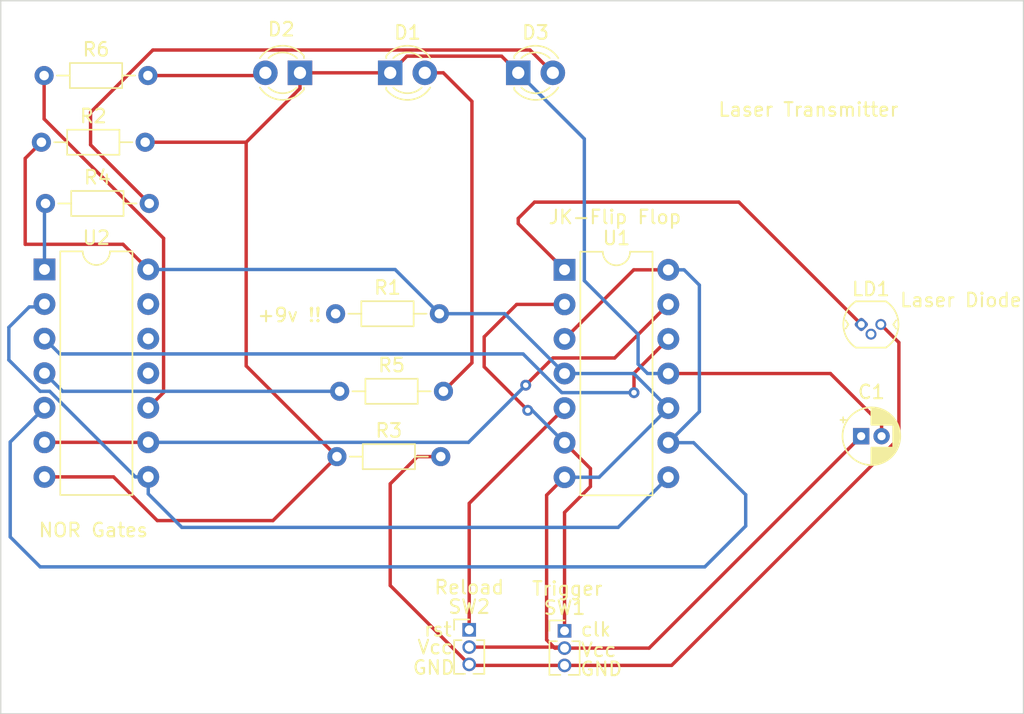
<source format=kicad_pcb>
(kicad_pcb (version 20211014) (generator pcbnew)
  (layers (0 "F.Cu" signal) (31 "B.Cu" signal) (34 "B.Paste" user) (35 "F.Paste" user) (36 "B.SilkS" user "B.Silkscreen") (37 "F.SilkS" user "F.Silkscreen") (38 "B.Mask" user) (39 "F.Mask" user) (44 "Edge.Cuts" user))
  (net 0 "")
  (net 1 "+5V")
  (net 2 "GND")
  (net 3 "Net-(D1-Pad2)")
  (net 4 "Net-(D2-Pad2)")
  (net 5 "Net-(D3-Pad2)")
  (net 6 "Net-(LD1-Pad1)")
  (net 8 "+9V")
  (net 9 "Net-(R4-Pad1)")
  (net 10 "Net-(R5-Pad1)")
  (net 11 "Net-(R6-Pad1)")
  (net 12 "Net-(SW1-Pad1)")
  (net 13 "Net-(U1-Pad14)")
  (net 14 "Net-(U1-Pad8)")
  (net 15 "Net-(U1-Pad12)")
  (net 16 "Net-(U1-Pad13)")
  (net 20 "Net-(R3-Pad2)")
  (footprint "LED_THT:LED_D3.0mm" (layer "F.Cu") (at 131.975 62.9 180)
    (fp_text reference "D2" (at 1.375 3.2) (layer "F.SilkS"))
    (fp_text value "LED")
    (fp_line (start -0.29 -1.236) (end -0.29 -1.08) (layer "F.SilkS") (width 0.12))
    (fp_line (start -0.29 1.08) (end -0.29 1.236) (layer "F.SilkS") (width 0.12))
    (fp_arc (start 2.31113 1.079837) (mid 1.270117 1.5) (end 0.229039 1.08) (layer "F.SilkS") (width 0.12))
    (fp_arc (start -0.29 -1.235516) (mid 1.366487 -1.987659) (end 2.942335 -1.078608) (layer "F.SilkS") (width 0.12))
    (fp_arc (start 0.229039 -1.08) (mid 1.270117 -1.5) (end 2.31113 -1.079837) (layer "F.SilkS") (width 0.12))
    (fp_arc (start 2.942335 1.078608) (mid 1.366487 1.987659) (end -0.29 1.235516) (layer "F.SilkS") (width 0.12))
    (pad "1" thru_hole rect (at 0 0 180) (size 1.8 1.8) (drill 0.9) (layers *.Cu *.Mask) (net 2 "GND"))
    (pad "2" thru_hole circle (at 2.54 0 180) (size 1.8 1.8) (drill 0.9) (layers *.Cu *.Mask) (net 4 "Net-(D2-Pad2)"))
  )
  (footprint "Connector_PinHeader_1.27mm:PinHeader_1x03_P1.27mm_Vertical" (layer "F.Cu") (at 151.4 103.9)
    (fp_text reference "SW1" (at 0 -1.695) (layer "F.SilkS"))
    (fp_text value "SW_SPDT")
    (fp_line (start -1.11 3.235) (end -0.30753 3.235) (layer "F.SilkS") (width 0.12))
    (fp_line (start 0.563471 0.76) (end 1.11 0.76) (layer "F.SilkS") (width 0.12))
    (fp_line (start -1.11 -0.76) (end 0 -0.76) (layer "F.SilkS") (width 0.12))
    (fp_line (start -1.11 0.76) (end -1.11 3.235) (layer "F.SilkS") (width 0.12))
    (fp_line (start 1.11 0.76) (end 1.11 3.235) (layer "F.SilkS") (width 0.12))
    (fp_line (start -1.11 0.76) (end -0.563471 0.76) (layer "F.SilkS") (width 0.12))
    (fp_line (start -1.11 0) (end -1.11 -0.76) (layer "F.SilkS") (width 0.12))
    (fp_line (start 0.30753 3.235) (end 1.11 3.235) (layer "F.SilkS") (width 0.12))
    (pad "1" thru_hole rect (at 0 0) (size 1 1) (drill 0.65) (layers *.Cu *.Mask) (net 12 "Net-(SW1-Pad1)"))
    (pad "2" thru_hole oval (at 0 1.27) (size 1 1) (drill 0.65) (layers *.Cu *.Mask) (net 1 "+5V"))
    (pad "3" thru_hole oval (at 0 2.54) (size 1 1) (drill 0.65) (layers *.Cu *.Mask) (net 20 "Net-(R3-Pad2)"))
  )
  (footprint "Resistor_THT:R_Axial_DIN0204_L3.6mm_D1.6mm_P7.62mm_Horizontal" (layer "F.Cu") (at 113.29 72.5)
    (fp_text reference "R4" (at 3.81 -1.92) (layer "F.SilkS"))
    (fp_text value "2k")
    (fp_line (start 1.89 0.92) (end 5.73 0.92) (layer "F.SilkS") (width 0.12))
    (fp_line (start 0.94 0) (end 1.89 0) (layer "F.SilkS") (width 0.12))
    (fp_line (start 5.73 0.92) (end 5.73 -0.92) (layer "F.SilkS") (width 0.12))
    (fp_line (start 1.89 -0.92) (end 1.89 0.92) (layer "F.SilkS") (width 0.12))
    (fp_line (start 5.73 -0.92) (end 1.89 -0.92) (layer "F.SilkS") (width 0.12))
    (fp_line (start 6.68 0) (end 5.73 0) (layer "F.SilkS") (width 0.12))
    (pad "1" thru_hole circle (at 0 0) (size 1.4 1.4) (drill 0.7) (layers *.Cu *.Mask) (net 9 "Net-(R4-Pad1)"))
    (pad "2" thru_hole oval (at 7.62 0) (size 1.4 1.4) (drill 0.7) (layers *.Cu *.Mask) (net 5 "Net-(D3-Pad2)"))
  )
  (footprint "Resistor_THT:R_Axial_DIN0204_L3.6mm_D1.6mm_P7.62mm_Horizontal" (layer "F.Cu") (at 134.89 86.3)
    (fp_text reference "R5" (at 3.81 -1.92) (layer "F.SilkS"))
    (fp_text value "2k")
    (fp_line (start 6.68 0) (end 5.73 0) (layer "F.SilkS") (width 0.12))
    (fp_line (start 1.89 -0.92) (end 1.89 0.92) (layer "F.SilkS") (width 0.12))
    (fp_line (start 1.89 0.92) (end 5.73 0.92) (layer "F.SilkS") (width 0.12))
    (fp_line (start 0.94 0) (end 1.89 0) (layer "F.SilkS") (width 0.12))
    (fp_line (start 5.73 -0.92) (end 1.89 -0.92) (layer "F.SilkS") (width 0.12))
    (fp_line (start 5.73 0.92) (end 5.73 -0.92) (layer "F.SilkS") (width 0.12))
    (pad "1" thru_hole circle (at 0 0) (size 1.4 1.4) (drill 0.7) (layers *.Cu *.Mask) (net 10 "Net-(R5-Pad1)"))
    (pad "2" thru_hole oval (at 7.62 0) (size 1.4 1.4) (drill 0.7) (layers *.Cu *.Mask) (net 3 "Net-(D1-Pad2)"))
  )
  (footprint "LED_THT:LED_D3.0mm" (layer "F.Cu") (at 138.6 62.9)
    (fp_text reference "D1" (at 1.27 -2.96) (layer "F.SilkS"))
    (fp_text value "LED")
    (fp_line (start -0.29 -1.236) (end -0.29 -1.08) (layer "F.SilkS") (width 0.12))
    (fp_line (start -0.29 1.08) (end -0.29 1.236) (layer "F.SilkS") (width 0.12))
    (fp_arc (start -0.29 -1.235516) (mid 1.366487 -1.987659) (end 2.942335 -1.078608) (layer "F.SilkS") (width 0.12))
    (fp_arc (start 2.31113 1.079837) (mid 1.270117 1.5) (end 0.229039 1.08) (layer "F.SilkS") (width 0.12))
    (fp_arc (start 0.229039 -1.08) (mid 1.270117 -1.5) (end 2.31113 -1.079837) (layer "F.SilkS") (width 0.12))
    (fp_arc (start 2.942335 1.078608) (mid 1.366487 1.987659) (end -0.29 1.235516) (layer "F.SilkS") (width 0.12))
    (pad "1" thru_hole rect (at 0 0) (size 1.8 1.8) (drill 0.9) (layers *.Cu *.Mask) (net 2 "GND"))
    (pad "2" thru_hole circle (at 2.54 0) (size 1.8 1.8) (drill 0.9) (layers *.Cu *.Mask) (net 3 "Net-(D1-Pad2)"))
  )
  (footprint "Package_DIP:DIP-14_W7.62mm" (layer "F.Cu") (at 151.4 77.375)
    (fp_text reference "U1" (at 3.81 -2.33) (layer "F.SilkS"))
    (fp_text value "74LS73")
    (fp_line (start 2.81 -1.33) (end 1.16 -1.33) (layer "F.SilkS") (width 0.12))
    (fp_line (start 1.16 -1.33) (end 1.16 16.57) (layer "F.SilkS") (width 0.12))
    (fp_line (start 6.46 -1.33) (end 4.81 -1.33) (layer "F.SilkS") (width 0.12))
    (fp_line (start 1.16 16.57) (end 6.46 16.57) (layer "F.SilkS") (width 0.12))
    (fp_line (start 6.46 16.57) (end 6.46 -1.33) (layer "F.SilkS") (width 0.12))
    (fp_arc (start 4.81 -1.33) (mid 3.81 -0.33) (end 2.81 -1.33) (layer "F.SilkS") (width 0.12))
    (pad "1" thru_hole rect (at 0 0) (size 1.6 1.6) (drill 0.8) (layers *.Cu *.Mask) (net 6 "Net-(LD1-Pad1)"))
    (pad "2" thru_hole oval (at 0 2.54) (size 1.6 1.6) (drill 0.8) (layers *.Cu *.Mask) (net 12 "Net-(SW1-Pad1)"))
    (pad "3" thru_hole oval (at 0 5.08) (size 1.6 1.6) (drill 0.8) (layers *.Cu *.Mask) (net 13 "Net-(U1-Pad14)"))
    (pad "4" thru_hole oval (at 0 7.62) (size 1.6 1.6) (drill 0.8) (layers *.Cu *.Mask) (net 1 "+5V"))
    (pad "5" thru_hole oval (at 0 10.16) (size 1.6 1.6) (drill 0.8) (layers *.Cu *.Mask) (net 6 "Net-(LD1-Pad1)"))
    (pad "6" thru_hole oval (at 0 12.7) (size 1.6 1.6) (drill 0.8) (layers *.Cu *.Mask) (net 12 "Net-(SW1-Pad1)"))
    (pad "7" thru_hole oval (at 0 15.24) (size 1.6 1.6) (drill 0.8) (layers *.Cu *.Mask) (net 1 "+5V"))
    (pad "8" thru_hole oval (at 7.62 15.24) (size 1.6 1.6) (drill 0.8) (layers *.Cu *.Mask) (net 14 "Net-(U1-Pad8)"))
    (pad "9" thru_hole oval (at 7.62 12.7) (size 1.6 1.6) (drill 0.8) (layers *.Cu *.Mask) (net 13 "Net-(U1-Pad14)"))
    (pad "10" thru_hole oval (at 7.62 10.16) (size 1.6 1.6) (drill 0.8) (layers *.Cu *.Mask) (net 1 "+5V"))
    (pad "11" thru_hole oval (at 7.62 7.62) (size 1.6 1.6) (drill 0.8) (layers *.Cu *.Mask) (net 2 "GND"))
    (pad "12" thru_hole oval (at 7.62 5.08) (size 1.6 1.6) (drill 0.8) (layers *.Cu *.Mask) (net 15 "Net-(U1-Pad12)"))
    (pad "13" thru_hole oval (at 7.62 2.54) (size 1.6 1.6) (drill 0.8) (layers *.Cu *.Mask) (net 16 "Net-(U1-Pad13)"))
    (pad "14" thru_hole oval (at 7.62 0) (size 1.6 1.6) (drill 0.8) (layers *.Cu *.Mask) (net 13 "Net-(U1-Pad14)"))
  )
  (footprint "LED_THT:LED_D3.0mm" (layer "F.Cu") (at 148 62.9)
    (fp_text reference "D3" (at 1.27 -2.96) (layer "F.SilkS"))
    (fp_text value "LED")
    (fp_line (start -0.29 1.08) (end -0.29 1.236) (layer "F.SilkS") (width 0.12))
    (fp_line (start -0.29 -1.236) (end -0.29 -1.08) (layer "F.SilkS") (width 0.12))
    (fp_arc (start -0.29 -1.235516) (mid 1.366487 -1.987659) (end 2.942335 -1.078608) (layer "F.SilkS") (width 0.12))
    (fp_arc (start 2.31113 1.079837) (mid 1.270117 1.5) (end 0.229039 1.08) (layer "F.SilkS") (width 0.12))
    (fp_arc (start 2.942335 1.078608) (mid 1.366487 1.987659) (end -0.29 1.235516) (layer "F.SilkS") (width 0.12))
    (fp_arc (start 0.229039 -1.08) (mid 1.270117 -1.5) (end 2.31113 -1.079837) (layer "F.SilkS") (width 0.12))
    (pad "1" thru_hole rect (at 0 0) (size 1.8 1.8) (drill 0.9) (layers *.Cu *.Mask) (net 2 "GND"))
    (pad "2" thru_hole circle (at 2.54 0) (size 1.8 1.8) (drill 0.9) (layers *.Cu *.Mask) (net 5 "Net-(D3-Pad2)"))
  )
  (footprint "Resistor_THT:R_Axial_DIN0204_L3.6mm_D1.6mm_P7.62mm_Horizontal" (layer "F.Cu") (at 134.59 80.6)
    (fp_text reference "R1" (at 3.81 -1.92) (layer "F.SilkS"))
    (fp_text value "1k")
    (fp_line (start 5.73 -0.92) (end 1.89 -0.92) (layer "F.SilkS") (width 0.12))
    (fp_line (start 1.89 0.92) (end 5.73 0.92) (layer "F.SilkS") (width 0.12))
    (fp_line (start 6.68 0) (end 5.73 0) (layer "F.SilkS") (width 0.12))
    (fp_line (start 5.73 0.92) (end 5.73 -0.92) (layer "F.SilkS") (width 0.12))
    (fp_line (start 1.89 -0.92) (end 1.89 0.92) (layer "F.SilkS") (width 0.12))
    (fp_line (start 0.94 0) (end 1.89 0) (layer "F.SilkS") (width 0.12))
    (pad "1" thru_hole circle (at 0 0) (size 1.4 1.4) (drill 0.7) (layers *.Cu *.Mask) (net 8 "+9V"))
    (pad "2" thru_hole oval (at 7.62 0) (size 1.4 1.4) (drill 0.7) (layers *.Cu *.Mask) (net 1 "+5V"))
  )
  (footprint "OptoDevice:LaserDiode_TO38ICut-3" (layer "F.Cu") (at 173.19 81.39)
    (fp_text reference "LD1" (at 0.7 -2.6) (layer "F.SilkS"))
    (fp_text value "PL450B")
    (fp_line (start 1.8 -1.7) (end -0.4 -1.7) (layer "F.SilkS") (width 0.12))
    (fp_line (start 2.55 -0.3) (end 2.35 0) (layer "F.SilkS") (width 0.12))
    (fp_line (start -0.4 1.7) (end 1.8 1.7) (layer "F.SilkS") (width 0.12))
    (fp_line (start -1.15 -0.3) (end -0.95 0) (layer "F.SilkS") (width 0.12))
    (fp_line (start 2.35 0) (end 2.55 0.3) (layer "F.SilkS") (width 0.12))
    (fp_line (start -0.95 0) (end -1.15 0.3) (layer "F.SilkS") (width 0.12))
    (fp_arc (start -0.4 1.7) (mid -1.320296 0) (end -0.4 -1.7) (layer "F.SilkS") (width 0.12))
    (fp_arc (start 1.8 -1.7) (mid 2.729422 0.005888) (end 1.790069 1.706327) (layer "F.SilkS") (width 0.12))
    (pad "1" thru_hole roundrect (at 0 0 45) (size 0.8 0.8) (drill 0.5) (layers *.Cu *.Mask) (net 6 "Net-(LD1-Pad1)"))
    (pad "2" thru_hole circle (at 0.71 0.71) (size 0.8 0.8) (drill 0.5) (layers *.Cu *.Mask))
    (pad "3" thru_hole circle (at 1.43 0) (size 0.8 0.8) (drill 0.5) (layers *.Cu *.Mask) (net 20 "Net-(R3-Pad2)"))
  )
  (footprint "Resistor_THT:R_Axial_DIN0204_L3.6mm_D1.6mm_P7.62mm_Horizontal" (layer "F.Cu") (at 112.99 68)
    (fp_text reference "R2" (at 3.81 -1.92) (layer "F.SilkS"))
    (fp_text value "1.5k")
    (fp_line (start 1.89 0.92) (end 5.73 0.92) (layer "F.SilkS") (width 0.12))
    (fp_line (start 1.89 -0.92) (end 1.89 0.92) (layer "F.SilkS") (width 0.12))
    (fp_line (start 5.73 0.92) (end 5.73 -0.92) (layer "F.SilkS") (width 0.12))
    (fp_line (start 5.73 -0.92) (end 1.89 -0.92) (layer "F.SilkS") (width 0.12))
    (fp_line (start 0.94 0) (end 1.89 0) (layer "F.SilkS") (width 0.12))
    (fp_line (start 6.68 0) (end 5.73 0) (layer "F.SilkS") (width 0.12))
    (pad "1" thru_hole circle (at 0 0) (size 1.4 1.4) (drill 0.7) (layers *.Cu *.Mask) (net 1 "+5V"))
    (pad "2" thru_hole oval (at 7.62 0) (size 1.4 1.4) (drill 0.7) (layers *.Cu *.Mask) (net 2 "GND"))
  )
  (footprint "Package_DIP:DIP-14_W7.62mm" (layer "F.Cu") (at 113.215199 77.35)
    (fp_text reference "U2" (at 3.81 -2.33) (layer "F.SilkS"))
    (fp_text value "74LS02")
    (fp_line (start 6.46 -1.33) (end 4.81 -1.33) (layer "F.SilkS") (width 0.12))
    (fp_line (start 2.81 -1.33) (end 1.16 -1.33) (layer "F.SilkS") (width 0.12))
    (fp_line (start 6.46 16.57) (end 6.46 -1.33) (layer "F.SilkS") (width 0.12))
    (fp_line (start 1.16 -1.33) (end 1.16 16.57) (layer "F.SilkS") (width 0.12))
    (fp_line (start 1.16 16.57) (end 6.46 16.57) (layer "F.SilkS") (width 0.12))
    (fp_arc (start 4.81 -1.33) (mid 3.81 -0.33) (end 2.81 -1.33) (layer "F.SilkS") (width 0.12))
    (pad "1" thru_hole rect (at 0 0) (size 1.6 1.6) (drill 0.8) (layers *.Cu *.Mask) (net 9 "Net-(R4-Pad1)"))
    (pad "2" thru_hole oval (at 0 2.54) (size 1.6 1.6) (drill 0.8) (layers *.Cu *.Mask) (net 14 "Net-(U1-Pad8)"))
    (pad "3" thru_hole oval (at 0 5.08) (size 1.6 1.6) (drill 0.8) (layers *.Cu *.Mask) (net 15 "Net-(U1-Pad12)"))
    (pad "4" thru_hole oval (at 0 7.62) (size 1.6 1.6) (drill 0.8) (layers *.Cu *.Mask) (net 10 "Net-(R5-Pad1)"))
    (pad "5" thru_hole oval (at 0 10.16) (size 1.6 1.6) (drill 0.8) (layers *.Cu *.Mask) (net 13 "Net-(U1-Pad14)"))
    (pad "6" thru_hole oval (at 0 12.7) (size 1.6 1.6) (drill 0.8) (layers *.Cu *.Mask) (net 16 "Net-(U1-Pad13)"))
    (pad "7" thru_hole oval (at 0 15.24) (size 1.6 1.6) (drill 0.8) (layers *.Cu *.Mask) (net 2 "GND"))
    (pad "8" thru_hole oval (at 7.62 15.24) (size 1.6 1.6) (drill 0.8) (layers *.Cu *.Mask) (net 14 "Net-(U1-Pad8)"))
    (pad "9" thru_hole oval (at 7.62 12.7) (size 1.6 1.6) (drill 0.8) (layers *.Cu *.Mask) (net 16 "Net-(U1-Pad13)"))
    (pad "10" thru_hole oval (at 7.62 10.16) (size 1.6 1.6) (drill 0.8) (layers *.Cu *.Mask) (net 11 "Net-(R6-Pad1)"))
    (pad "11" thru_hole oval (at 7.62 7.62) (size 1.6 1.6) (drill 0.8) (layers *.Cu *.Mask))
    (pad "12" thru_hole oval (at 7.62 5.08) (size 1.6 1.6) (drill 0.8) (layers *.Cu *.Mask))
    (pad "13" thru_hole oval (at 7.62 2.54) (size 1.6 1.6) (drill 0.8) (layers *.Cu *.Mask))
    (pad "14" thru_hole oval (at 7.62 0) (size 1.6 1.6) (drill 0.8) (layers *.Cu *.Mask) (net 1 "+5V"))
  )
  (footprint "Resistor_THT:R_Axial_DIN0204_L3.6mm_D1.6mm_P7.62mm_Horizontal" (layer "F.Cu") (at 113.19 63.1)
    (fp_text reference "R6" (at 3.81 -1.92) (layer "F.SilkS"))
    (fp_text value "2k")
    (fp_line (start 1.89 -0.92) (end 1.89 0.92) (layer "F.SilkS") (width 0.12))
    (fp_line (start 0.94 0) (end 1.89 0) (layer "F.SilkS") (width 0.12))
    (fp_line (start 5.73 0.92) (end 5.73 -0.92) (layer "F.SilkS") (width 0.12))
    (fp_line (start 6.68 0) (end 5.73 0) (layer "F.SilkS") (width 0.12))
    (fp_line (start 1.89 0.92) (end 5.73 0.92) (layer "F.SilkS") (width 0.12))
    (fp_line (start 5.73 -0.92) (end 1.89 -0.92) (layer "F.SilkS") (width 0.12))
    (pad "1" thru_hole circle (at 0 0) (size 1.4 1.4) (drill 0.7) (layers *.Cu *.Mask) (net 11 "Net-(R6-Pad1)"))
    (pad "2" thru_hole oval (at 7.62 0) (size 1.4 1.4) (drill 0.7) (layers *.Cu *.Mask) (net 4 "Net-(D2-Pad2)"))
  )
  (footprint "Resistor_THT:R_Axial_DIN0204_L3.6mm_D1.6mm_P7.62mm_Horizontal" (layer "F.Cu") (at 134.69 91.1)
    (fp_text reference "R3" (at 3.81 -1.92) (layer "F.SilkS"))
    (fp_text value "1k")
    (fp_line (start 6.68 0) (end 5.73 0) (layer "F.SilkS") (width 0.12))
    (fp_line (start 5.73 -0.92) (end 1.89 -0.92) (layer "F.SilkS") (width 0.12))
    (fp_line (start 1.89 0.92) (end 5.73 0.92) (layer "F.SilkS") (width 0.12))
    (fp_line (start 5.73 0.92) (end 5.73 -0.92) (layer "F.SilkS") (width 0.12))
    (fp_line (start 1.89 -0.92) (end 1.89 0.92) (layer "F.SilkS") (width 0.12))
    (fp_line (start 0.94 0) (end 1.89 0) (layer "F.SilkS") (width 0.12))
    (pad "1" thru_hole circle (at 0 0) (size 1.4 1.4) (drill 0.7) (layers *.Cu *.Mask) (net 2 "GND"))
    (pad "2" thru_hole oval (at 7.62 0) (size 1.4 1.4) (drill 0.7) (layers *.Cu *.Mask) (net 20 "Net-(R3-Pad2)"))
  )
  (footprint "Capacitor_THT:CP_Radial_D4.0mm_P1.50mm" (layer "F.Cu") (at 173.177401 89.6)
    (fp_text reference "C1" (at 0.75 -3.25) (layer "F.SilkS"))
    (fp_text value "10u")
    (fp_line (start 1.951 -1.708) (end 1.951 -0.84) (layer "F.SilkS") (width 0.12))
    (fp_line (start 2.431 -1.254) (end 2.431 1.254) (layer "F.SilkS") (width 0.12))
    (fp_line (start 1.27 0.84) (end 1.27 2.016) (layer "F.SilkS") (width 0.12))
    (fp_line (start 1.831 0.84) (end 1.831 1.785) (layer "F.SilkS") (width 0.12))
    (fp_line (start 1.951 0.84) (end 1.951 1.708) (layer "F.SilkS") (width 0.12))
    (fp_line (start 1.591 0.84) (end 1.591 1.907) (layer "F.SilkS") (width 0.12))
    (fp_line (start 1.03 -2.062) (end 1.03 -0.84) (layer "F.SilkS") (width 0.12))
    (fp_line (start 1.15 -2.042) (end 1.15 -0.84) (layer "F.SilkS") (width 0.12))
    (fp_line (start 2.591 -1.013) (end 2.591 1.013) (layer "F.SilkS") (width 0.12))
    (fp_line (start 2.671 -0.859) (end 2.671 0.859) (layer "F.SilkS") (width 0.12))
    (fp_line (start 1.711 0.84) (end 1.711 1.851) (layer "F.SilkS") (width 0.12))
    (fp_line (start 1.07 -2.056) (end 1.07 -0.84) (layer "F.SilkS") (width 0.12))
    (fp_line (start 1.991 -1.68) (end 1.991 -0.84) (layer "F.SilkS") (width 0.12))
    (fp_line (start 1.551 -1.924) (end 1.551 -0.84) (layer "F.SilkS") (width 0.12))
    (fp_line (start 0.75 -2.08) (end 0.75 -0.84) (layer "F.SilkS") (width 0.12))
    (fp_line (start -1.519801 -1.195) (end -1.119801 -1.195) (layer "F.SilkS") (width 0.12))
    (fp_line (start 1.991 0.84) (end 1.991 1.68) (layer "F.SilkS") (width 0.12))
    (fp_line (start 1.751 -1.83) (end 1.751 -0.84) (layer "F.SilkS") (width 0.12))
    (fp_line (start 1.871 -1.76) (end 1.871 -0.84) (layer "F.SilkS") (width 0.12))
    (fp_line (start 1.471 -1.954) (end 1.471 -0.84) (layer "F.SilkS") (width 0.12))
    (fp_line (start 0.95 -2.071) (end 0.95 -0.84) (layer "F.SilkS") (width 0.12))
    (fp_line (start 0.87 -2.077) (end 0.87 -0.84) (layer "F.SilkS") (width 0.12))
    (fp_line (start 1.43 -1.968) (end 1.43 -0.84) (layer "F.SilkS") (width 0.12))
    (fp_line (start 2.471 -1.2) (end 2.471 1.2) (layer "F.SilkS") (width 0.12))
    (fp_line (start 1.591 -1.907) (end 1.591 -0.84) (layer "F.SilkS") (width 0.12))
    (fp_line (start 2.271 0.84) (end 2.271 1.438) (layer "F.SilkS") (width 0.12))
    (fp_line (start 2.551 -1.08) (end 2.551 1.08) (layer "F.SilkS") (width 0.12))
    (fp_line (start 2.031 0.84) (end 2.031 1.65) (layer "F.SilkS") (width 0.12))
    (fp_line (start 1.471 0.84) (end 1.471 1.954) (layer "F.SilkS") (width 0.12))
    (fp_line (start 2.071 -1.619) (end 2.071 -0.84) (layer "F.SilkS") (width 0.12))
    (fp_line (start 1.35 0.84) (end 1.35 1.994) (layer "F.SilkS") (width 0.12))
    (fp_line (start 1.31 -2.005) (end 1.31 -0.84) (layer "F.SilkS") (width 0.12))
    (fp_line (start 1.15 0.84) (end 1.15 2.042) (layer "F.SilkS") (width 0.12))
    (fp_line (start 1.11 -2.05) (end 1.11 -0.84) (layer "F.SilkS") (width 0.12))
    (fp_line (start 1.831 -1.785) (end 1.831 -0.84) (layer "F.SilkS") (width 0.12))
    (fp_line (start 2.191 0.84) (end 2.191 1.516) (layer "F.SilkS") (width 0.12))
    (fp_line (start 2.031 -1.65) (end 2.031 -0.84) (layer "F.SilkS") (width 0.12))
    (fp_line (start 2.111 0.84) (end 2.111 1.587) (layer "F.SilkS") (width 0.12))
    (fp_line (start 1.27 -2.016) (end 1.27 -0.84) (layer "F.SilkS") (width 0.12))
    (fp_line (start 1.23 -2.025) (end 1.23 -0.84) (layer "F.SilkS") (width 0.12))
    (fp_line (start 1.631 -1.889) (end 1.631 -0.84) (layer "F.SilkS") (width 0.12))
    (fp_line (start 1.791 0.84) (end 1.791 1.808) (layer "F.SilkS") (width 0.12))
    (fp_line (start 1.03 0.84) (end 1.03 2.062) (layer "F.SilkS") (width 0.12))
    (fp_line (start 1.19 0.84) (end 1.19 2.034) (layer "F.SilkS") (width 0.12))
    (fp_line (start 1.23 0.84) (end 1.23 2.025) (layer "F.SilkS") (width 0.12))
    (fp_line (start 2.711 -0.768) (end 2.711 0.768) (layer "F.SilkS") (width 0.12))
    (fp_line (start 1.31 0.84) (end 1.31 2.005) (layer "F.SilkS") (width 0.12))
    (fp_line (start 0.95 0.84) (end 0.95 2.071) (layer "F.SilkS") (width 0.12))
    (fp_line (start 0.99 0.84) (end 0.99 2.067) (layer "F.SilkS") (width 0.12))
    (fp_line (start -1.319801 -1.395) (end -1.319801 -0.995) (layer "F.SilkS") (width 0.12))
    (fp_line (start 0.83 0.84) (end 0.83 2.079) (layer "F.SilkS") (width 0.12))
    (fp_line (start 1.671 -1.87) (end 1.671 -0.84) (layer "F.SilkS") (width 0.12))
    (fp_line (start 2.111 -1.587) (end 2.111 -0.84) (layer "F.SilkS") (width 0.12))
    (fp_line (start 1.911 -1.735) (end 1.911 -0.84) (layer "F.SilkS") (width 0.12))
    (fp_line (start 2.151 -1.552) (end 2.151 -0.84) (layer "F.SilkS") (width 0.12))
    (fp_line (start 2.191 -1.516) (end 2.191 -0.84) (layer "F.SilkS") (width 0.12))
    (fp_line (start 2.831 -0.37) (end 2.831 0.37) (layer "F.SilkS") (width 0.12))
    (fp_line (start 2.231 -1.478) (end 2.231 -0.84) (layer "F.SilkS") (width 0.12))
    (fp_line (start 2.311 -1.396) (end 2.311 -0.84) (layer "F.SilkS") (width 0.12))
    (fp_line (start 1.671 0.84) (end 1.671 1.87) (layer "F.SilkS") (width 0.12))
    (fp_line (start 2.791 -0.537) (end 2.791 0.537) (layer "F.SilkS") (width 0.12))
    (fp_line (start 0.91 -2.074) (end 0.91 -0.84) (layer "F.SilkS") (width 0.12))
    (fp_line (start 1.791 -1.808) (end 1.791 -0.84) (layer "F.SilkS") (width 0.12))
    (fp_line (start 0.99 -2.067) (end 0.99 -0.84) (layer "F.SilkS") (width 0.12))
    (fp_line (start 2.391 -1.304) (end 2.391 1.304) (layer "F.SilkS") (width 0.12))
    (fp_line (start 1.07 0.84) (end 1.07 2.056) (layer "F.SilkS") (width 0.12))
    (fp_line (start 2.351 -1.351) (end 2.351 1.351) (layer "F.SilkS") (width 0.12))
    (fp_line (start 1.911 0.84) (end 1.911 1.735) (layer "F.SilkS") (width 0.12))
    (fp_line (start 1.511 -1.94) (end 1.511 -0.84) (layer "F.SilkS") (width 0.12))
    (fp_line (start 2.151 0.84) (end 2.151 1.552) (layer "F.SilkS") (width 0.12))
    (fp_line (start 0.91 0.84) (end 0.91 2.074) (layer "F.SilkS") (width 0.12))
    (fp_line (start 2.271 -1.438) (end 2.271 -0.84) (layer "F.SilkS") (width 0.12))
    (fp_line (start 0.87 0.84) (end 0.87 2.077) (layer "F.SilkS") (width 0.12))
    (fp_line (start 1.39 -1.982) (end 1.39 -0.84) (layer "F.SilkS") (width 0.12))
    (fp_line (start 1.511 0.84) (end 1.511 1.94) (layer "F.SilkS") (width 0.12))
    (fp_line (start 1.19 -2.034) (end 1.19 -0.84) (layer "F.SilkS") (width 0.12))
    (fp_line (start 1.11 0.84) (end 1.11 2.05) (layer "F.SilkS") (width 0.12))
    (fp_line (start 1.871 0.84) (end 1.871 1.76) (layer "F.SilkS") (width 0.12))
    (fp_line (start 1.631 0.84) (end 1.631 1.889) (layer "F.SilkS") (width 0.12))
    (fp_line (start 0.79 -2.08) (end 0.79 -0.84) (layer "F.SilkS") (width 0.12))
    (fp_line (start 2.071 0.84) (end 2.071 1.619) (layer "F.SilkS") (width 0.12))
    (fp_line (start 2.631 -0.94) (end 2.631 0.94) (layer "F.SilkS") (width 0.12))
    (fp_line (start 1.711 -1.851) (end 1.711 -0.84) (layer "F.SilkS") (width 0.12))
    (fp_line (start 0.79 0.84) (end 0.79 2.08) (layer "F.SilkS") (width 0.12))
    (fp_line (start 1.39 0.84) (end 1.39 1.982) (layer "F.SilkS") (width 0.12))
    (fp_line (start 2.311 0.84) (end 2.311 1.396) (layer "F.SilkS") (width 0.12))
    (fp_line (start 1.43 0.84) (end 1.43 1.968) (layer "F.SilkS") (width 0.12))
    (fp_line (start 2.751 -0.664) (end 2.751 0.664) (layer "F.SilkS") (width 0.12))
    (fp_line (start 2.231 0.84) (end 2.231 1.478) (layer "F.SilkS") (width 0.12))
    (fp_line (start 0.83 -2.079) (end 0.83 -0.84) (layer "F.SilkS") (width 0.12))
    (fp_line (start 1.551 0.84) (end 1.551 1.924) (layer "F.SilkS") (width 0.12))
    (fp_line (start 0.75 0.84) (end 0.75 2.08) (layer "F.SilkS") (width 0.12))
    (fp_line (start 1.751 0.84) (end 1.751 1.83) (layer "F.SilkS") (width 0.12))
    (fp_line (start 2.511 -1.142) (end 2.511 1.142) (layer "F.SilkS") (width 0.12))
    (fp_line (start 1.35 -1.994) (end 1.35 -0.84) (layer "F.SilkS") (width 0.12))
    (fp_circle (center 0.75 0) (end 2.87 0) (layer "F.SilkS") (width 0.12) (fill none))
    (pad "1" thru_hole rect (at 0 0) (size 1.2 1.2) (drill 0.6) (layers *.Cu *.Mask) (net 1 "+5V"))
    (pad "2" thru_hole circle (at 1.5 0) (size 1.2 1.2) (drill 0.6) (layers *.Cu *.Mask) (net 2 "GND"))
  )
  (footprint "Connector_PinHeader_1.27mm:PinHeader_1x03_P1.27mm_Vertical" (layer "F.Cu") (at 144.4 103.825)
    (fp_text reference "SW2" (at 0 -1.695) (layer "F.SilkS"))
    (fp_text value "SW_SPDT")
    (fp_line (start 0.30753 3.235) (end 1.11 3.235) (layer "F.SilkS") (width 0.12))
    (fp_line (start -1.11 -0.76) (end 0 -0.76) (layer "F.SilkS") (width 0.12))
    (fp_line (start -1.11 0) (end -1.11 -0.76) (layer "F.SilkS") (width 0.12))
    (fp_line (start 1.11 0.76) (end 1.11 3.235) (layer "F.SilkS") (width 0.12))
    (fp_line (start 0.563471 0.76) (end 1.11 0.76) (layer "F.SilkS") (width 0.12))
    (fp_line (start -1.11 0.76) (end -1.11 3.235) (layer "F.SilkS") (width 0.12))
    (fp_line (start -1.11 0.76) (end -0.563471 0.76) (layer "F.SilkS") (width 0.12))
    (fp_line (start -1.11 3.235) (end -0.30753 3.235) (layer "F.SilkS") (width 0.12))
    (pad "1" thru_hole rect (at 0 0) (size 1 1) (drill 0.65) (layers *.Cu *.Mask) (net 6 "Net-(LD1-Pad1)"))
    (pad "2" thru_hole oval (at 0 1.27) (size 1 1) (drill 0.65) (layers *.Cu *.Mask) (net 1 "+5V"))
    (pad "3" thru_hole oval (at 0 2.54) (size 1 1) (drill 0.65) (layers *.Cu *.Mask) (net 20 "Net-(R3-Pad2)"))
  )
  (gr_rect (start 110 57.6) (end 185.1 110) (layer "Edge.Cuts") (width 0.1) (fill none))
  (gr_text "GND\n" (at 141.8 106.6) (layer "F.SilkS") (effects (font (size 1 1))))
  (gr_text "+9v !!" (at 131.2 80.7) (layer "F.SilkS") (effects (font (size 1 1))))
  (gr_text "Laser Diode\n" (at 180.5 79.6) (layer "F.SilkS") (effects (font (size 1 1))))
  (gr_text "Vcc\n" (at 141.9 105.1) (layer "F.SilkS") (effects (font (size 1 1))))
  (gr_text "Trigger\n" (at 151.6 100.8) (layer "F.SilkS") (effects (font (size 1 1))))
  (gr_text "Vcc\n" (at 153.9 105.3) (layer "F.SilkS") (effects (font (size 1 1))))
  (gr_text "GND\n" (at 154.1 106.7) (layer "F.SilkS") (effects (font (size 1 1))))
  (gr_text "rst\n" (at 142.1 103.8) (layer "F.SilkS") (effects (font (size 1 1))))
  (gr_text "JK-Flip Flop\n" (at 155.1 73.5) (layer "F.SilkS") (effects (font (size 1 1))))
  (gr_text "Reload\n" (at 144.4 100.7) (layer "F.SilkS") (effects (font (size 1 1))))
  (gr_text "clk\n" (at 153.7 103.8) (layer "F.SilkS") (effects (font (size 1 1))))
  (gr_text "Laser Transmitter" (at 169.3 65.6) (layer "F.SilkS") (effects (font (size 1 1))))
  (gr_text "NOR Gates\n" (at 116.8 96.5) (layer "F.SilkS") (effects (font (size 1 1))))
  (segment (start 144.4 105.095) (end 151.325 105.095) (width 0.25) (layer "F.Cu") (net 1))
  (segment (start 150.692894 105.17) (end 150.083531 104.560637) (width 0.25) (layer "F.Cu") (net 1))
  (segment (start 150.083531 93.931469) (end 151.4 92.615) (width 0.25) (layer "F.Cu") (net 1))
  (segment (start 118.985199 75.5) (end 120.835199 77.35) (width 0.25) (layer "F.Cu") (net 1))
  (segment (start 157.607401 105.17) (end 173.177401 89.6) (width 0.25) (layer "F.Cu") (net 1))
  (segment (start 151.4 105.17) (end 150.692894 105.17) (width 0.25) (layer "F.Cu") (net 1))
  (segment (start 150.083531 104.560637) (end 150.083531 93.931469) (width 0.25) (layer "F.Cu") (net 1))
  (segment (start 111.8 69.19) (end 111.8 75.5) (width 0.25) (layer "F.Cu") (net 1))
  (segment (start 112.99 68) (end 111.8 69.19) (width 0.25) (layer "F.Cu") (net 1))
  (segment (start 151.4 105.17) (end 157.607401 105.17) (width 0.25) (layer "F.Cu") (net 1))
  (segment (start 151.325 105.095) (end 151.4 105.17) (width 0.25) (layer "F.Cu") (net 1))
  (segment (start 111.8 75.5) (end 118.985199 75.5) (width 0.25) (layer "F.Cu") (net 1))
  (segment (start 153.94 92.615) (end 159.02 87.535) (width 0.25) (layer "B.Cu") (net 1))
  (segment (start 147.005 80.6) (end 151.4 84.995) (width 0.25) (layer "B.Cu") (net 1))
  (segment (start 138.96 77.35) (end 142.21 80.6) (width 0.25) (layer "B.Cu") (net 1))
  (segment (start 120.835199 77.35) (end 138.96 77.35) (width 0.25) (layer "B.Cu") (net 1))
  (segment (start 151.4 92.615) (end 153.94 92.615) (width 0.25) (layer "B.Cu") (net 1))
  (segment (start 156.48 84.995) (end 159.02 87.535) (width 0.25) (layer "B.Cu") (net 1))
  (segment (start 151.4 84.995) (end 156.48 84.995) (width 0.25) (layer "B.Cu") (net 1))
  (segment (start 142.21 80.6) (end 147.005 80.6) (width 0.25) (layer "B.Cu") (net 1))
  (segment (start 148 62.9) (end 146.775 61.675) (width 0.25) (layer "F.Cu") (net 2))
  (segment (start 139.825 61.675) (end 138.6 62.9) (width 0.25) (layer "F.Cu") (net 2))
  (segment (start 129.99 95.8) (end 134.69 91.1) (width 0.25) (layer "F.Cu") (net 2))
  (segment (start 174.677401 89.6) (end 174.677401 88.751472) (width 0.25) (layer "F.Cu") (net 2))
  (segment (start 131.975 62.9) (end 131.975 64.05) (width 0.25) (layer "F.Cu") (net 2))
  (segment (start 174.677401 88.751472) (end 170.920929 84.995) (width 0.25) (layer "F.Cu") (net 2))
  (segment (start 128.025 68) (end 120.61 68) (width 0.25) (layer "F.Cu") (net 2))
  (segment (start 170.920929 84.995) (end 159.02 84.995) (width 0.25) (layer "F.Cu") (net 2))
  (segment (start 113.215199 92.59) (end 118.29 92.59) (width 0.25) (layer "F.Cu") (net 2))
  (segment (start 146.775 61.675) (end 139.825 61.675) (width 0.25) (layer "F.Cu") (net 2))
  (segment (start 131.975 62.9) (end 138.6 62.9) (width 0.25) (layer "F.Cu") (net 2))
  (segment (start 131.975 64.05) (end 128.025 68) (width 0.25) (layer "F.Cu") (net 2))
  (segment (start 118.29 92.59) (end 121.5 95.8) (width 0.25) (layer "F.Cu") (net 2))
  (segment (start 128.025 68) (end 128.025 84.435) (width 0.25) (layer "F.Cu") (net 2))
  (segment (start 128.025 84.435) (end 134.69 91.1) (width 0.25) (layer "F.Cu") (net 2))
  (segment (start 121.5 95.8) (end 129.99 95.8) (width 0.25) (layer "F.Cu") (net 2))
  (segment (start 152.853601 67.753601) (end 152.853601 78.170001) (width 0.25) (layer "B.Cu") (net 2))
  (segment (start 156.8 84.3) (end 157.495 84.995) (width 0.25) (layer "B.Cu") (net 2))
  (segment (start 157.495 84.995) (end 159.02 84.995) (width 0.25) (layer "B.Cu") (net 2))
  (segment (start 152.853601 78.170001) (end 156.8 82.1164) (width 0.25) (layer "B.Cu") (net 2))
  (segment (start 156.8 82.1164) (end 156.8 84.3) (width 0.25) (layer "B.Cu") (net 2))
  (segment (start 148 62.9) (end 152.853601 67.753601) (width 0.25) (layer "B.Cu") (net 2))
  (segment (start 142.51 86.3) (end 144.6 84.21) (width 0.25) (layer "F.Cu") (net 3))
  (segment (start 142.5 62.9) (end 141.14 62.9) (width 0.25) (layer "F.Cu") (net 3))
  (segment (start 144.6 65) (end 142.5 62.9) (width 0.25) (layer "F.Cu") (net 3))
  (segment (start 144.6 84.21) (end 144.6 65) (width 0.25) (layer "F.Cu") (net 3))
  (segment (start 120.81 63.1) (end 129.235 63.1) (width 0.25) (layer "F.Cu") (net 4))
  (segment (start 129.235 63.1) (end 129.435 62.9) (width 0.25) (layer "F.Cu") (net 4))
  (segment (start 148.865 61.225) (end 121.175 61.225) (width 0.25) (layer "F.Cu") (net 5))
  (segment (start 121.175 61.225) (end 116.6 65.8) (width 0.25) (layer "F.Cu") (net 5))
  (segment (start 116.6 65.8) (end 116.6 68.19) (width 0.25) (layer "F.Cu") (net 5))
  (segment (start 116.6 68.19) (end 120.91 72.5) (width 0.25) (layer "F.Cu") (net 5))
  (segment (start 150.54 62.9) (end 148.865 61.225) (width 0.25) (layer "F.Cu") (net 5))
  (segment (start 148 73.975) (end 151.4 77.375) (width 0.25) (layer "F.Cu") (net 6))
  (segment (start 173.19 81.39) (end 164.2 72.4) (width 0.25) (layer "F.Cu") (net 6))
  (segment (start 144.4 103.825) (end 144.4 94.535) (width 0.25) (layer "F.Cu") (net 6))
  (segment (start 144.4 94.535) (end 151.4 87.535) (width 0.25) (layer "F.Cu") (net 6))
  (segment (start 148 73.6) (end 148 73.975) (width 0.25) (layer "F.Cu") (net 6))
  (segment (start 164.2 72.4) (end 149.2 72.4) (width 0.25) (layer "F.Cu") (net 6))
  (segment (start 149.2 72.4) (end 148 73.6) (width 0.25) (layer "F.Cu") (net 6))
  (segment (start 113.215199 72.574801) (end 113.29 72.5) (width 0.25) (layer "B.Cu") (net 9))
  (segment (start 113.215199 77.35) (end 113.215199 72.574801) (width 0.25) (layer "B.Cu") (net 9))
  (segment (start 114.545199 86.3) (end 113.215199 84.97) (width 0.25) (layer "B.Cu") (net 10))
  (segment (start 134.89 86.3) (end 114.545199 86.3) (width 0.25) (layer "B.Cu") (net 10))
  (segment (start 120.835199 87.51) (end 121.960199 86.385) (width 0.25) (layer "F.Cu") (net 11))
  (segment (start 121.960199 75.060199) (end 113.19 66.29) (width 0.25) (layer "F.Cu") (net 11))
  (segment (start 113.19 66.29) (end 113.19 63.1) (width 0.25) (layer "F.Cu") (net 11))
  (segment (start 121.960199 86.385) (end 121.960199 75.060199) (width 0.25) (layer "F.Cu") (net 11))
  (segment (start 153.3 91.975) (end 151.4 90.075) (width 0.25) (layer "F.Cu") (net 12))
  (segment (start 151.4 103.9) (end 151.4 95.2) (width 0.25) (layer "F.Cu") (net 12))
  (segment (start 148.7 87.7) (end 145.5 84.5) (width 0.25) (layer "F.Cu") (net 12))
  (segment (start 151.4 95.2) (end 153.3 93.3) (width 0.25) (layer "F.Cu") (net 12))
  (segment (start 145.5 84.5) (end 145.5 82.3) (width 0.25) (layer "F.Cu") (net 12))
  (segment (start 147.885 79.915) (end 151.4 79.915) (width 0.25) (layer "F.Cu") (net 12))
  (segment (start 153.3 93.3) (end 153.3 91.975) (width 0.25) (layer "F.Cu") (net 12))
  (segment (start 145.5 82.3) (end 147.885 79.915) (width 0.25) (layer "F.Cu") (net 12))
  (via (at 148.7 87.7) (size 0.8) (drill 0.4) (layers "F.Cu" "B.Cu") (net 12))
  (segment (start 149.025 87.7) (end 148.7 87.7) (width 0.25) (layer "B.Cu") (net 12))
  (segment (start 151.4 90.075) (end 149.025 87.7) (width 0.25) (layer "B.Cu") (net 12))
  (segment (start 159.02 77.375) (end 156.48 77.375) (width 0.25) (layer "F.Cu") (net 13))
  (segment (start 156.48 77.375) (end 151.4 82.455) (width 0.25) (layer "F.Cu") (net 13))
  (segment (start 159.02 90.075) (end 160.875 90.075) (width 0.25) (layer "B.Cu") (net 13))
  (segment (start 159.02 90.075) (end 161.3 87.795) (width 0.25) (layer "B.Cu") (net 13))
  (segment (start 160.875 90.075) (end 164.7 93.9) (width 0.25) (layer "B.Cu") (net 13))
  (segment (start 161.3 87.795) (end 161.3 78.5) (width 0.25) (layer "B.Cu") (net 13))
  (segment (start 164.7 93.9) (end 164.7 96.2) (width 0.25) (layer "B.Cu") (net 13))
  (segment (start 164.7 96.2) (end 161.7 99.2) (width 0.25) (layer "B.Cu") (net 13))
  (segment (start 160.175 77.375) (end 159.02 77.375) (width 0.25) (layer "B.Cu") (net 13))
  (segment (start 161.3 78.5) (end 160.175 77.375) (width 0.25) (layer "B.Cu") (net 13))
  (segment (start 112.9 99.2) (end 110.7 97) (width 0.25) (layer "B.Cu") (net 13))
  (segment (start 161.7 99.2) (end 112.9 99.2) (width 0.25) (layer "B.Cu") (net 13))
  (segment (start 110.7 97) (end 110.7 90.025199) (width 0.25) (layer "B.Cu") (net 13))
  (segment (start 110.7 90.025199) (end 113.215199 87.51) (width 0.25) (layer "B.Cu") (net 13))
  (segment (start 112.1 80.1) (end 113.005199 80.1) (width 0.25) (layer "B.Cu") (net 14))
  (segment (start 113.59619 86.3) (end 112.9 86.3) (width 0.25) (layer "B.Cu") (net 14))
  (segment (start 113.005199 80.1) (end 113.215199 79.89) (width 0.25) (layer "B.Cu") (net 14))
  (segment (start 159.02 92.615) (end 155.335 96.3) (width 0.25) (layer "B.Cu") (net 14))
  (segment (start 119.88619 92.59) (end 113.59619 86.3) (width 0.25) (layer "B.Cu") (net 14))
  (segment (start 155.335 96.3) (end 123.3 96.3) (width 0.25) (layer "B.Cu") (net 14))
  (segment (start 110.6 84) (end 110.6 81.6) (width 0.25) (layer "B.Cu") (net 14))
  (segment (start 112.9 86.3) (end 110.6 84) (width 0.25) (layer "B.Cu") (net 14))
  (segment (start 120.835199 93.835199) (end 120.835199 92.59) (width 0.25) (layer "B.Cu") (net 14))
  (segment (start 110.6 81.6) (end 112.1 80.1) (width 0.25) (layer "B.Cu") (net 14))
  (segment (start 120.835199 92.59) (end 119.88619 92.59) (width 0.25) (layer "B.Cu") (net 14))
  (segment (start 123.3 96.3) (end 120.835199 93.835199) (width 0.25) (layer "B.Cu") (net 14))
  (segment (start 156.5 86.4) (end 156.5 84.975) (width 0.25) (layer "F.Cu") (net 15))
  (segment (start 156.5 84.975) (end 159.02 82.455) (width 0.25) (layer "F.Cu") (net 15))
  (via (at 156.5 86.4) (size 0.8) (drill 0.4) (layers "F.Cu" "B.Cu") (net 15))
  (segment (start 148.355 83.555) (end 151.2 86.4) (width 0.25) (layer "B.Cu") (net 15))
  (segment (start 113.215199 82.43) (end 114.340199 83.555) (width 0.25) (layer "B.Cu") (net 15))
  (segment (start 114.340199 83.555) (end 148.355 83.555) (width 0.25) (layer "B.Cu") (net 15))
  (segment (start 151.2 86.4) (end 156.5 86.4) (width 0.25) (layer "B.Cu") (net 15))
  (segment (start 113.215199 90.05) (end 120.835199 90.05) (width 0.25) (layer "F.Cu") (net 16))
  (segment (start 155.083199 83.851801) (end 159.02 79.915) (width 0.25) (layer "F.Cu") (net 16))
  (segment (start 148.55 85.85) (end 150.548199 83.851801) (width 0.25) (layer "F.Cu") (net 16))
  (segment (start 150.548199 83.851801) (end 155.083199 83.851801) (width 0.25) (layer "F.Cu") (net 16))
  (via (at 148.55 85.85) (size 0.8) (drill 0.4) (layers "F.Cu" "B.Cu") (net 16))
  (segment (start 144.35 90.05) (end 148.55 85.85) (width 0.25) (layer "B.Cu") (net 16))
  (segment (start 120.835199 90.05) (end 144.35 90.05) (width 0.25) (layer "B.Cu") (net 16))
  (segment (start 148.55 85.85) (end 148.6 85.8) (width 0.25) (layer "B.Cu") (net 16))
  (segment (start 138.6 93.1) (end 140.6 91.1) (width 0.25) (layer "F.Cu") (net 20))
  (segment (start 144.475 106.44) (end 144.4 106.365) (width 0.25) (layer "F.Cu") (net 20))
  (segment (start 159.26 106.44) (end 151.4 106.44) (width 0.25) (layer "F.Cu") (net 20))
  (segment (start 140.6 91.1) (end 142.31 91.1) (width 0.25) (layer "F.Cu") (net 20))
  (segment (start 175.948159 82.718159) (end 175.948159 89.751841) (width 0.25) (layer "F.Cu") (net 20))
  (segment (start 144.4 106.365) (end 138.6 100.565) (width 0.25) (layer "F.Cu") (net 20))
  (segment (start 138.6 100.565) (end 138.6 93.1) (width 0.25) (layer "F.Cu") (net 20))
  (segment (start 151.4 106.44) (end 144.475 106.44) (width 0.25) (layer "F.Cu") (net 20))
  (segment (start 174.62 81.39) (end 175.948159 82.718159) (width 0.25) (layer "F.Cu") (net 20))
  (segment (start 175.948159 89.751841) (end 159.26 106.44) (width 0.25) (layer "F.Cu") (net 20))
)
</source>
